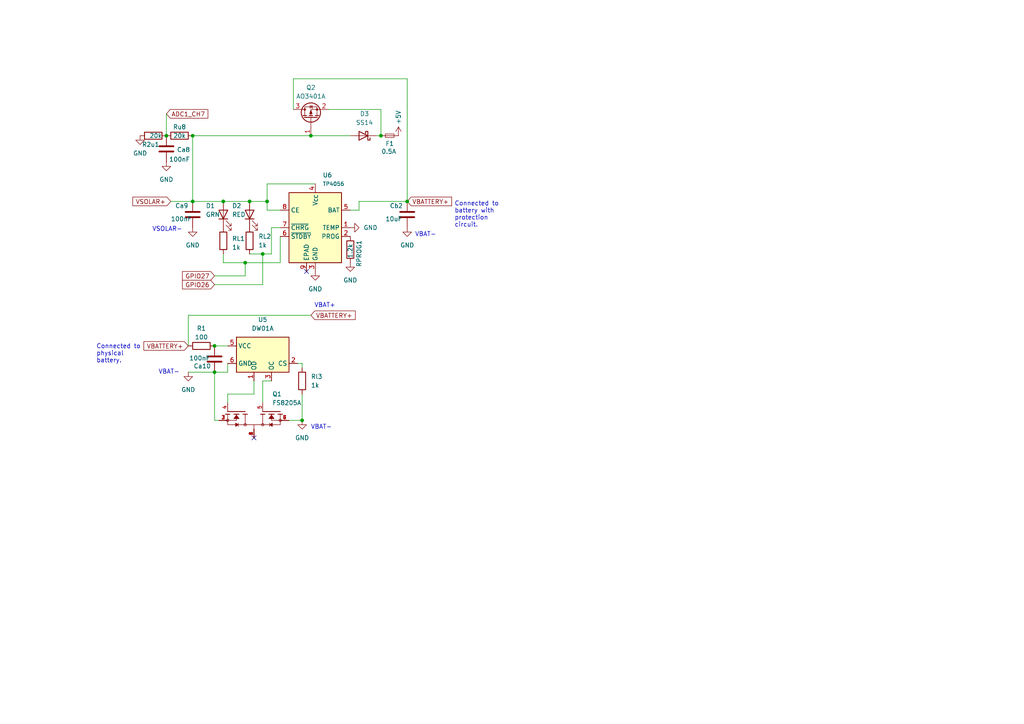
<source format=kicad_sch>
(kicad_sch (version 20250114) (generator "eeschema") (generator_version "9.0")
  (paper "A4")
  (lib_symbols
    (symbol "Battery_Management:DW01A"
      (property "Reference" "U" (at -6.604 6.35 0))
      (property "Value" "DW01A" (at 4.318 6.604 0))
      (symbol "DW01A_0_1"
        (pin power_in line (at -10.16 2.54 0) (length 2.54) (name "VCC") (number "5"))
        (pin power_in line (at -10.16 -2.54 0) (length 2.54) (name "GND") (number "6"))
        (pin output line (at -2.54 -7.62 90) (length 2.54) (name "OD") (number "1"))
        (pin output line (at 2.54 -7.62 90) (length 2.54) (name "OC") (number "3"))
        (pin input line (at 10.16 -2.54 180) (length 2.54) (name "CS") (number "2"))
      )
      (symbol "DW01A_1_1"
        (rectangle (start -7.62 5.08) (end 7.62 -5.08) (stroke (width 0.254)) (fill (type background)))
        (pin no_connect line (at 10.16 2.54 180) (length 2.54) (hide yes) (name "TD") (number "4"))
      )
    )
    (symbol "Battery_Management:TP4056-42-ESOP8"
      (property "Reference" "U" (at -6.604 11.684 0))
      (property "Value" "TP4056-42-ESOP8" (at 10.16 11.684 0))
      (symbol "TP4056-42-ESOP8_1_0"
        (pin input line (at -10.16 5.08 0) (length 2.54) (name "CE") (number "8"))
        (pin open_collector line (at -10.16 0 0) (length 2.54) (name "~{CHRG}") (number "7"))
        (pin open_collector line (at -10.16 -2.54 0) (length 2.54) (name "~{STDBY}") (number "6"))
        (pin passive line (at -2.54 -12.7 90) (length 2.54) (name "EPAD") (number "9"))
        (pin power_in line (at 0 12.7 270) (length 2.54) (name "V_{CC}") (number "4"))
        (pin power_in line (at 0 -12.7 90) (length 2.54) (name "GND") (number "3"))
        (pin power_out line (at 10.16 5.08 180) (length 2.54) (name "BAT") (number "5"))
        (pin input line (at 10.16 0 180) (length 2.54) (name "TEMP") (number "1"))
        (pin passive line (at 10.16 -2.54 180) (length 2.54) (name "PROG") (number "2"))
      )
      (symbol "TP4056-42-ESOP8_1_1"
        (rectangle (start -7.62 10.16) (end 7.62 -10.16) (stroke (width 0.254)) (fill (type background)))
      )
    )
    (symbol "Device:C" (pin_numbers (hide yes)) (pin_names (offset 0.254))
      (property "Reference" "C" (at 0.635 2.54 0))
      (property "Value" "C" (at 0.635 -2.54 0))
      (symbol "C_0_1"
        (polyline (pts (xy -2.032 0.762) (xy 2.032 0.762)) (stroke (width 0.508)))
        (polyline (pts (xy -2.032 -0.762) (xy 2.032 -0.762)) (stroke (width 0.508)))
      )
      (symbol "C_1_1"
        (pin passive line (at 0 3.81 270) (length 2.794) (name "~") (number "1"))
        (pin passive line (at 0 -3.81 90) (length 2.794) (name "~") (number "2"))
      )
    )
    (symbol "Device:Fuse_Small" (pin_numbers (hide yes)) (pin_names (offset 0.254) (hide yes))
      (property "Reference" "F" (at 0 -1.524 0))
      (property "Value" "Fuse_Small" (at 0 1.524 0))
      (symbol "Fuse_Small_0_1"
        (rectangle (start -1.27 0.508) (end 1.27 -0.508))
        (polyline (pts (xy -1.27 0) (xy 1.27 0)))
      )
      (symbol "Fuse_Small_1_1"
        (pin passive line (at -2.54 0 0) (length 1.27) (name "~") (number "1"))
        (pin passive line (at 2.54 0 180) (length 1.27) (name "~") (number "2"))
      )
    )
    (symbol "Device:LED" (pin_numbers (hide yes)) (pin_names (offset 1.016) (hide yes))
      (property "Reference" "D" (at 0 2.54 0))
      (property "Value" "LED" (at 0 -2.54 0))
      (symbol "LED_0_1"
        (polyline (pts (xy -3.048 -0.762) (xy -4.572 -2.286) (xy -3.81 -2.286) (xy -4.572 -2.286) (xy -4.572 -1.524)))
        (polyline (pts (xy -1.778 -0.762) (xy -3.302 -2.286) (xy -2.54 -2.286) (xy -3.302 -2.286) (xy -3.302 -1.524)))
        (polyline (pts (xy -1.27 0) (xy 1.27 0)))
        (polyline (pts (xy -1.27 -1.27) (xy -1.27 1.27)) (stroke (width 0.254)))
        (polyline (pts (xy 1.27 -1.27) (xy 1.27 1.27) (xy -1.27 0) (xy 1.27 -1.27)) (stroke (width 0.254)))
      )
      (symbol "LED_1_1"
        (pin passive line (at -3.81 0 0) (length 2.54) (name "K") (number "1"))
        (pin passive line (at 3.81 0 180) (length 2.54) (name "A") (number "2"))
      )
    )
    (symbol "Device:R" (pin_numbers (hide yes)) (pin_names (offset 0))
      (property "Reference" "R" (at 2.032 0 90))
      (property "Value" "R" (at 0 0 90))
      (symbol "R_0_1"
        (rectangle (start -1.016 -2.54) (end 1.016 2.54) (stroke (width 0.254)))
      )
      (symbol "R_1_1"
        (pin passive line (at 0 3.81 270) (length 1.27) (name "~") (number "1"))
        (pin passive line (at 0 -3.81 90) (length 1.27) (name "~") (number "2"))
      )
    )
    (symbol "Diode:1N5819" (pin_numbers (hide yes)) (pin_names (offset 1.016) (hide yes))
      (property "Reference" "D" (at 0 2.54 0))
      (property "Value" "1N5819" (at 0 -2.54 0))
      (symbol "1N5819_0_1"
        (polyline (pts (xy -1.905 0.635) (xy -1.905 1.27) (xy -1.27 1.27) (xy -1.27 -1.27) (xy -0.635 -1.27) (xy -0.635 -0.635)) (stroke (width 0.254)))
        (polyline (pts (xy 1.27 1.27) (xy 1.27 -1.27) (xy -1.27 0) (xy 1.27 1.27)) (stroke (width 0.254)))
        (polyline (pts (xy 1.27 0) (xy -1.27 0)))
      )
      (symbol "1N5819_1_1"
        (pin passive line (at -3.81 0 0) (length 2.54) (name "K") (number "1"))
        (pin passive line (at 3.81 0 180) (length 2.54) (name "A") (number "2"))
      )
    )
    (symbol "FS8205A:FS8205A" (pin_names (offset 1.016))
      (property "Reference" "Q" (at -11.43 7.62 0))
      (property "Value" "FS8205A" (at -11.43 -12.7 0))
      (symbol "FS8205A_0_0"
        (polyline (pts (xy -2.54 7.62) (xy -2.54 2.54)) (stroke (width 0.254)))
        (polyline (pts (xy -2.54 -2.54) (xy -2.54 -7.62)) (stroke (width 0.254)))
        (polyline (pts (xy -1.778 8.255) (xy -1.778 7.62)) (stroke (width 0.254)))
        (polyline (pts (xy -1.778 7.62) (xy -1.778 6.985)) (stroke (width 0.254)))
        (polyline (pts (xy -1.778 7.62) (xy 1.27 7.62)) (stroke (width 0.1524)))
        (polyline (pts (xy -1.778 5.842) (xy -1.778 5.08)) (stroke (width 0.254)))
        (polyline (pts (xy -1.778 5.08) (xy -1.778 4.318)) (stroke (width 0.254)))
        (polyline (pts (xy -1.778 5.08) (xy 0 5.08)) (stroke (width 0.1524)))
        (polyline (pts (xy -1.778 3.175) (xy -1.778 2.54)) (stroke (width 0.254)))
        (polyline (pts (xy -1.778 2.54) (xy -1.778 1.905)) (stroke (width 0.254)))
        (polyline (pts (xy -1.778 -1.905) (xy -1.778 -2.54)) (stroke (width 0.254)))
        (polyline (pts (xy -1.778 -2.54) (xy -1.778 -3.175)) (stroke (width 0.254)))
        (polyline (pts (xy -1.778 -2.54) (xy 1.27 -2.54)) (stroke (width 0.1524)))
        (polyline (pts (xy -1.778 -4.318) (xy -1.778 -5.08)) (stroke (width 0.254)))
        (polyline (pts (xy -1.778 -5.08) (xy -1.778 -5.842)) (stroke (width 0.254)))
        (polyline (pts (xy -1.778 -5.08) (xy 0 -5.08)) (stroke (width 0.1524)))
        (polyline (pts (xy -1.778 -6.985) (xy -1.778 -7.62)) (stroke (width 0.254)))
        (polyline (pts (xy -1.778 -7.62) (xy -1.778 -8.255)) (stroke (width 0.254)))
        (polyline (pts (xy -1.524 5.08) (xy -0.508 5.842) (xy -0.508 4.318) (xy -1.524 5.08)) (stroke (width 0.1524)) (fill (type outline)))
        (polyline (pts (xy -1.524 -5.08) (xy -0.508 -4.318) (xy -0.508 -5.842) (xy -1.524 -5.08)) (stroke (width 0.1524)) (fill (type outline)))
        (circle (center 0 7.62) (radius 0.3592))
        (polyline (pts (xy 0 7.62) (xy 0 5.08)) (stroke (width 0.1524)))
        (polyline (pts (xy 0 -5.08) (xy 0 -7.62)) (stroke (width 0.1524)))
        (polyline (pts (xy 0 -7.62) (xy -1.778 -7.62)) (stroke (width 0.1524)))
        (polyline (pts (xy 0 -7.62) (xy 1.27 -7.62)) (stroke (width 0.1524)))
        (circle (center 0 -7.62) (radius 0.3592))
        (polyline (pts (xy 0.762 4.572) (xy 1.27 4.572)) (stroke (width 0.1524)))
        (polyline (pts (xy 1.27 4.572) (xy 1.27 7.62)) (stroke (width 0.1524)))
        (polyline (pts (xy 1.27 4.572) (xy 1.778 4.572)) (stroke (width 0.1524)))
        (polyline (pts (xy 1.27 4.572) (xy 1.778 5.334) (xy 0.762 5.334) (xy 1.27 4.572)) (stroke (width 0.1524)) (fill (type outline)))
        (polyline (pts (xy 1.27 2.54) (xy -1.778 2.54)) (stroke (width 0.1524)))
        (polyline (pts (xy 1.27 2.54) (xy 1.27 4.572)) (stroke (width 0.1524)))
        (circle (center 1.27 2.54) (radius 0.3592))
        (polyline (pts (xy 1.27 0) (xy 1.27 2.54)) (stroke (width 0.1524)))
        (polyline (pts (xy 1.27 0) (xy 2.54 0)) (stroke (width 0.1524)))
        (polyline (pts (xy 1.27 -2.54) (xy 1.27 0)) (stroke (width 0.1524)))
        (polyline (pts (xy 1.27 -2.54) (xy 1.27 -4.572)) (stroke (width 0.1524)))
        (circle (center 1.27 -2.54) (radius 0.3592))
        (polyline (pts (xy 1.27 -4.572) (xy 0.762 -4.572)) (stroke (width 0.1524)))
        (polyline (pts (xy 1.27 -4.572) (xy 1.27 -7.62)) (stroke (width 0.1524)))
        (polyline (pts (xy 1.27 -4.572) (xy 0.762 -5.334) (xy 1.778 -5.334) (xy 1.27 -4.572)) (stroke (width 0.1524)) (fill (type outline)))
        (polyline (pts (xy 1.778 -4.572) (xy 1.27 -4.572)) (stroke (width 0.1524)))
        (pin passive line (at -5.08 2.54 0) (length 2.54) (name "~") (number "5"))
        (pin passive line (at -5.08 -7.62 0) (length 2.54) (name "~") (number "4"))
        (pin passive line (at 0 10.16 270) (length 2.54) (name "~") (number "6"))
        (pin passive line (at 0 10.16 270) (length 2.54) (name "~") (number "7"))
        (pin passive line (at 0 -10.16 90) (length 2.54) (name "~") (number "2"))
        (pin passive line (at 0 -10.16 90) (length 2.54) (name "~") (number "3"))
        (pin passive line (at 5.08 0 180) (length 2.54) (name "~") (number "1"))
        (pin passive line (at 5.08 0 180) (length 2.54) (name "~") (number "8"))
      )
    )
    (symbol "Transistor_FET:AO3401A" (pin_names (hide yes))
      (property "Reference" "Q" (at 5.08 1.905 0))
      (property "Value" "AO3401A" (at 5.08 0 0))
      (symbol "AO3401A_0_1"
        (polyline (pts (xy 0.254 1.905) (xy 0.254 -1.905)) (stroke (width 0.254)))
        (polyline (pts (xy 0.254 0) (xy -2.54 0)))
        (polyline (pts (xy 0.762 2.286) (xy 0.762 1.27)) (stroke (width 0.254)))
        (polyline (pts (xy 0.762 1.778) (xy 3.302 1.778) (xy 3.302 -1.778) (xy 0.762 -1.778)))
        (polyline (pts (xy 0.762 0.508) (xy 0.762 -0.508)) (stroke (width 0.254)))
        (polyline (pts (xy 0.762 -1.27) (xy 0.762 -2.286)) (stroke (width 0.254)))
        (circle (center 1.651 0) (radius 2.794) (stroke (width 0.254)))
        (polyline (pts (xy 2.286 0) (xy 1.27 0.381) (xy 1.27 -0.381) (xy 2.286 0)) (fill (type outline)))
        (polyline (pts (xy 2.54 2.54) (xy 2.54 1.778)))
        (circle (center 2.54 1.778) (radius 0.254) (fill (type outline)))
        (circle (center 2.54 -1.778) (radius 0.254) (fill (type outline)))
        (polyline (pts (xy 2.54 -2.54) (xy 2.54 0) (xy 0.762 0)))
        (polyline (pts (xy 2.794 -0.508) (xy 2.921 -0.381) (xy 3.683 -0.381) (xy 3.81 -0.254)))
        (polyline (pts (xy 3.302 -0.381) (xy 2.921 0.254) (xy 3.683 0.254) (xy 3.302 -0.381)))
      )
      (symbol "AO3401A_1_1"
        (pin input line (at -5.08 0 0) (length 2.54) (name "G") (number "1"))
        (pin passive line (at 2.54 5.08 270) (length 2.54) (name "D") (number "3"))
        (pin passive line (at 2.54 -5.08 90) (length 2.54) (name "S") (number "2"))
      )
    )
    (symbol "power:+5V" (power) (pin_numbers (hide yes)) (pin_names (offset 0) (hide yes))
      (property "Value" "+5V" (at 0 3.556 0))
      (symbol "+5V_0_1"
        (polyline (pts (xy -0.762 1.27) (xy 0 2.54)))
        (polyline (pts (xy 0 2.54) (xy 0.762 1.27)))
        (polyline (pts (xy 0 0) (xy 0 2.54)))
      )
      (symbol "+5V_1_1"
        (pin power_in line (at 0 0 90) (length 0) (name "~") (number "1"))
      )
    )
    (symbol "power:GND" (power) (pin_numbers (hide yes)) (pin_names (offset 0) (hide yes))
      (property "Value" "GND" (at 0 -3.81 0))
      (symbol "GND_0_1"
        (polyline (pts (xy 0 0) (xy 0 -1.27) (xy 1.27 -1.27) (xy 0 -2.54) (xy -1.27 -1.27) (xy 0 -1.27)))
      )
      (symbol "GND_1_1"
        (pin power_in line (at 0 0 270) (length 0) (name "~") (number "1"))
      )
    )
  )
  (text "VBAT-" (at 93.218 123.952 0) (effects (font (size 1.27 1.27))))
  (text "Connected to\nbattery with\nprotection\ncircuit." (at 131.826 66.04 0) (effects (font (size 1.27 1.27)) (justify left bottom)))
  (text "VBAT+" (at 94.234 88.646 0) (effects (font (size 1.27 1.27))))
  (text "Connected to\nphysical\nbattery." (at 27.94 105.41 0) (effects (font (size 1.27 1.27)) (justify left bottom)))
  (text "VBAT-" (at 123.444 68.072 0) (effects (font (size 1.27 1.27))))
  (text "VBAT-" (at 49.022 107.95 0) (effects (font (size 1.27 1.27))))
  (text "VSOLAR-\n" (at 48.514 66.548 0) (effects (font (size 1.27 1.27))))
  (junction (at 55.88 58.42))
  (junction (at 48.26 39.37))
  (junction (at 118.11 58.42))
  (junction (at 55.88 39.37))
  (junction (at 87.63 121.92))
  (junction (at 62.23 100.33))
  (junction (at 90.17 39.37))
  (junction (at 64.77 58.42))
  (junction (at 62.23 107.95))
  (junction (at 72.39 58.42))
  (junction (at 77.47 58.42))
  (junction (at 76.2 73.66))
  (junction (at 110.49 39.37))
  (junction (at 71.12 76.2))
  (no_connect (at 73.66 127))
  (no_connect (at 88.9 78.74))
  (wire (pts (xy 73.66 114.3) (xy 73.66 110.49)))
  (wire (pts (xy 49.53 58.42) (xy 55.88 58.42)))
  (wire (pts (xy 62.23 121.92) (xy 62.23 107.95)))
  (wire (pts (xy 104.14 60.96) (xy 104.14 58.42)))
  (wire (pts (xy 71.12 80.01) (xy 71.12 76.2)))
  (wire (pts (xy 64.77 76.2) (xy 71.12 76.2)))
  (wire (pts (xy 90.17 91.44) (xy 54.61 91.44)))
  (wire (pts (xy 55.88 58.42) (xy 64.77 58.42)))
  (wire (pts (xy 87.63 114.3) (xy 87.63 121.92)))
  (wire (pts (xy 85.09 22.86) (xy 85.09 31.75)))
  (wire (pts (xy 55.88 39.37) (xy 90.17 39.37)))
  (wire (pts (xy 87.63 105.41) (xy 87.63 106.68)))
  (wire (pts (xy 86.36 105.41) (xy 87.63 105.41)))
  (wire (pts (xy 66.04 114.3) (xy 73.66 114.3)))
  (wire (pts (xy 77.47 60.96) (xy 77.47 58.42)))
  (wire (pts (xy 66.04 105.41) (xy 66.04 107.95)))
  (wire (pts (xy 90.17 39.37) (xy 101.6 39.37)))
  (wire (pts (xy 81.28 68.58) (xy 81.28 76.2)))
  (wire (pts (xy 55.88 39.37) (xy 55.88 58.42)))
  (wire (pts (xy 81.28 60.96) (xy 77.47 60.96)))
  (wire (pts (xy 83.82 121.92) (xy 87.63 121.92)))
  (wire (pts (xy 64.77 73.66) (xy 64.77 76.2)))
  (wire (pts (xy 85.09 22.86) (xy 118.11 22.86)))
  (wire (pts (xy 66.04 107.95) (xy 62.23 107.95)))
  (wire (pts (xy 76.2 110.49) (xy 76.2 116.84)))
  (wire (pts (xy 118.11 22.86) (xy 118.11 58.42)))
  (wire (pts (xy 66.04 114.3) (xy 66.04 116.84)))
  (wire (pts (xy 72.39 58.42) (xy 77.47 58.42)))
  (wire (pts (xy 48.26 33.02) (xy 48.26 39.37)))
  (wire (pts (xy 78.74 66.04) (xy 81.28 66.04)))
  (wire (pts (xy 101.6 60.96) (xy 104.14 60.96)))
  (wire (pts (xy 76.2 73.66) (xy 78.74 73.66)))
  (wire (pts (xy 77.47 53.34) (xy 77.47 58.42)))
  (wire (pts (xy 54.61 91.44) (xy 54.61 100.33)))
  (wire (pts (xy 104.14 58.42) (xy 118.11 58.42)))
  (wire (pts (xy 76.2 110.49) (xy 78.74 110.49)))
  (wire (pts (xy 62.23 82.55) (xy 76.2 82.55)))
  (wire (pts (xy 63.5 121.92) (xy 62.23 121.92)))
  (wire (pts (xy 64.77 58.42) (xy 72.39 58.42)))
  (wire (pts (xy 62.23 100.33) (xy 66.04 100.33)))
  (wire (pts (xy 76.2 82.55) (xy 76.2 73.66)))
  (wire (pts (xy 62.23 80.01) (xy 71.12 80.01)))
  (wire (pts (xy 71.12 76.2) (xy 81.28 76.2)))
  (wire (pts (xy 54.61 107.95) (xy 62.23 107.95)))
  (wire (pts (xy 110.49 39.37) (xy 109.22 39.37)))
  (wire (pts (xy 91.44 53.34) (xy 77.47 53.34)))
  (wire (pts (xy 78.74 73.66) (xy 78.74 66.04)))
  (wire (pts (xy 95.25 31.75) (xy 110.49 31.75)))
  (wire (pts (xy 72.39 73.66) (xy 76.2 73.66)))
  (wire (pts (xy 110.49 31.75) (xy 110.49 39.37)))
  (global_label "VSOLAR+" (shape input) (at 49.53 58.42 180) (property "Intersheetrefs" "${INTERSHEET_REFS}" (effects (hide yes))))
  (global_label "ADC1_CH7" (shape input) (at 48.26 33.02 0) (property "Intersheetrefs" "${INTERSHEET_REFS}" (effects (hide yes))))
  (global_label "VBATTERY+" (shape input) (at 54.61 100.33 180) (property "Intersheetrefs" "${INTERSHEET_REFS}" (effects (hide yes))))
  (global_label "GPIO27" (shape input) (at 62.23 80.01 180) (property "Intersheetrefs" "${INTERSHEET_REFS}" (effects (hide yes))))
  (global_label "VBATTERY+" (shape input) (at 118.11 58.42 0) (property "Intersheetrefs" "${INTERSHEET_REFS}" (effects (hide yes))))
  (global_label "VBATTERY+" (shape input) (at 90.17 91.44 0) (property "Intersheetrefs" "${INTERSHEET_REFS}" (effects (hide yes))))
  (global_label "GPIO26" (shape input) (at 62.23 82.55 180) (property "Intersheetrefs" "${INTERSHEET_REFS}" (effects (hide yes))))
  (symbol (lib_id "Device:C") (at 118.11 62.23 0) (unit 1)
    (property "Reference" "Cb2" (at 113.03 59.69 0) (effects (justify left)))
    (property "Value" "10uF" (at 111.76 63.5 0) (effects (justify left)))
    (property "Footprint" "Capacitor_SMD:C_0805_2012Metric_Pad1.18x1.45mm_HandSolder" (effects (hide yes)))
    (property "Description" "Unpolarized capacitor" (effects (hide yes)))
  )
  (symbol (lib_id "Device:LED") (at 64.77 62.23 90) (unit 1)
    (property "Reference" "D1" (at 59.69 59.69 90) (effects (justify right)))
    (property "Value" "GRN" (at 59.69 62.23 90) (effects (justify right)))
    (property "Footprint" "LED_SMD:LED_0603_1608Metric_Pad1.05x0.95mm_HandSolder" (effects (hide yes)))
    (property "Description" "Light emitting diode" (effects (hide yes)))
    (property "Sim.Pins" "1=K 2=A" (effects (hide yes)))
  )
  (symbol (lib_id "Device:R") (at 64.77 69.85 0) (unit 1)
    (property "Reference" "RL1" (at 67.31 69.215 0) (effects (justify left)))
    (property "Value" "1k" (at 67.31 71.755 0) (effects (justify left)))
    (property "Footprint" "Resistor_SMD:R_0603_1608Metric_Pad0.98x0.95mm_HandSolder" (effects (hide yes)))
    (property "Description" "Resistor" (effects (hide yes)))
  )
  (symbol (lib_id "Device:R") (at 101.6 72.39 0) (unit 1)
    (property "Reference" "RPROG1" (at 104.14 77.47 90) (effects (justify left)))
    (property "Value" "1.2k" (at 101.6 74.93 90) (effects (justify left)))
    (property "Footprint" "Resistor_SMD:R_0603_1608Metric_Pad0.98x0.95mm_HandSolder" (effects (hide yes)))
    (property "Description" "Resistor" (effects (hide yes)))
  )
  (symbol (lib_id "Device:C") (at 55.88 62.23 0) (unit 1)
    (property "Reference" "Ca9" (at 50.8 59.69 0) (effects (justify left)))
    (property "Value" "100nF" (at 49.53 63.5 0) (effects (justify left)))
    (property "Footprint" "Capacitor_SMD:C_0805_2012Metric_Pad1.18x1.45mm_HandSolder" (effects (hide yes)))
    (property "Description" "Unpolarized capacitor" (effects (hide yes)))
  )
  (symbol (lib_id "power:GND") (at 55.88 66.04 0) (unit 1)
    (property "Reference" "#PWR42" (effects (hide yes)))
    (property "Value" "GND" (at 55.88 71.12 0))
    (property "Description" "Power symbol creates a global label with name \"GND\" , ground" (effects (hide yes)))
  )
  (symbol (lib_id "power:GND") (at 118.11 66.04 0) (unit 1)
    (property "Reference" "#PWR48" (effects (hide yes)))
    (property "Value" "GND" (at 118.11 71.12 0))
    (property "Description" "Power symbol creates a global label with name \"GND\" , ground" (effects (hide yes)))
  )
  (symbol (lib_id "power:GND") (at 54.61 107.95 0) (unit 1)
    (property "Reference" "#PWR049" (effects (hide yes)))
    (property "Value" "GND" (at 54.61 113.03 0))
    (property "Description" "Power symbol creates a global label with name \"GND\" , ground" (effects (hide yes)))
  )
  (symbol (lib_id "power:GND") (at 48.26 46.99 0) (unit 1)
    (property "Reference" "#PWR41" (effects (hide yes)))
    (property "Value" "GND" (at 48.26 52.07 0))
    (property "Description" "Power symbol creates a global label with name \"GND\" , ground" (effects (hide yes)))
  )
  (symbol (lib_id "power:GND") (at 87.63 121.92 0) (unit 1)
    (property "Reference" "#PWR43" (effects (hide yes)))
    (property "Value" "GND" (at 87.63 127 0))
    (property "Description" "Power symbol creates a global label with name \"GND\" , ground" (effects (hide yes)))
  )
  (symbol (lib_id "Device:C") (at 48.26 43.18 180) (unit 1)
    (property "Reference" "Ca8" (at 51.308 43.434 0) (effects (justify right)))
    (property "Value" "100nF" (at 49.022 46.228 0) (effects (justify right)))
    (property "Footprint" "Capacitor_SMD:C_0603_1608Metric_Pad1.08x0.95mm_HandSolder" (effects (hide yes)))
    (property "Description" "Unpolarized capacitor" (effects (hide yes)))
  )
  (symbol (lib_id "power:GND") (at 91.44 78.74 0) (unit 1)
    (property "Reference" "#PWR44" (effects (hide yes)))
    (property "Value" "GND" (at 91.44 83.82 0))
    (property "Description" "Power symbol creates a global label with name \"GND\" , ground" (effects (hide yes)))
  )
  (symbol (lib_id "power:GND") (at 101.6 66.04 90) (unit 1)
    (property "Reference" "#PWR45" (effects (hide yes)))
    (property "Value" "GND" (at 105.41 66.0399 90) (effects (justify right)))
    (property "Description" "Power symbol creates a global label with name \"GND\" , ground" (effects (hide yes)))
  )
  (symbol (lib_id "Battery_Management:DW01A") (at 76.2 102.87 0) (unit 1)
    (property "Reference" "U5" (at 76.2 92.71 0))
    (property "Value" "DW01A" (at 76.2 95.25 0))
    (property "Footprint" "Package_TO_SOT_SMD:SOT-23-6" (effects (hide yes)))
    (property "Datasheet" "https://hmsemi.com/downfile/DW01A.PDF" (effects (hide yes)))
    (property "Description" "Overcharge, overcurrent and overdischarge protection IC for single cell lithium-ion/polymer battery" (effects (hide yes)))
    (property "LCSC" "C61503" (effects (hide yes)))
  )
  (symbol (lib_id "Battery_Management:TP4056-42-ESOP8") (at 91.44 66.04 0) (unit 1)
    (property "Reference" "U6" (at 93.5833 50.8 0) (effects (justify left)))
    (property "Value" "TP4056" (at 93.5833 53.34 0) (effects (font (size 1.1 1.1)) (justify left)))
    (property "Footprint" "Package_SO:SOIC-8-1EP_3.9x4.9mm_P1.27mm_EP2.41x3.3mm_ThermalVias" (effects (hide yes)))
    (property "Datasheet" "https://www.lcsc.com/datasheet/lcsc_datasheet_2410121619_TOPPOWER-Nanjing-Extension-Microelectronics-TP4056-42-ESOP8_C16581.pdf" (effects (hide yes)))
    (property "Description" "1A Standalone Linear Li-ion/LiPo single-cell battery charger, 4.2V ±1% charge voltage, VCC = 4.0..8.0V, SOIC-8 (SOP-8)" (effects (hide yes)))
  )
  (symbol (lib_id "Transistor_FET:AO3401A") (at 90.17 34.29 90) (unit 1)
    (property "Reference" "Q2" (at 90.17 25.4 90))
    (property "Value" "AO3401A" (at 90.17 27.94 90))
    (property "Footprint" "Package_TO_SOT_SMD:SOT-23" (effects (hide yes)))
    (property "Datasheet" "http://www.aosmd.com/pdfs/datasheet/AO3401A.pdf" (effects (hide yes)))
    (property "Description" "-4.0A Id, -30V Vds, P-Channel MOSFET, SOT-23" (effects (hide yes)))
  )
  (symbol (lib_id "Device:R") (at 72.39 69.85 0) (unit 1)
    (property "Reference" "RL2" (at 74.93 68.5799 0) (effects (justify left)))
    (property "Value" "1k" (at 74.93 71.1199 0) (effects (justify left)))
    (property "Footprint" "Resistor_SMD:R_0603_1608Metric_Pad0.98x0.95mm_HandSolder" (effects (hide yes)))
    (property "Description" "Resistor" (effects (hide yes)))
  )
  (symbol (lib_id "power:GND") (at 40.64 39.37 0) (unit 1)
    (property "Reference" "#PWR40" (effects (hide yes)))
    (property "Value" "GND" (at 40.64 44.45 0))
    (property "Description" "Power symbol creates a global label with name \"GND\" , ground" (effects (hide yes)))
  )
  (symbol (lib_id "Device:R") (at 44.45 39.37 90) (unit 1)
    (property "Reference" "R2u1" (at 46.228 41.91 90) (effects (justify left)))
    (property "Value" "20k" (at 46.99 39.37 90) (effects (justify left)))
    (property "Footprint" "Resistor_SMD:R_0603_1608Metric_Pad0.98x0.95mm_HandSolder" (effects (hide yes)))
    (property "Description" "Resistor" (effects (hide yes)))
  )
  (symbol (lib_id "power:+5V") (at 115.57 39.37 0) (unit 1)
    (property "Reference" "#PWR47" (effects (hide yes)))
    (property "Value" "+5V" (at 115.57 36.068 90) (effects (justify left)))
    (property "Description" "Power symbol creates a global label with name \"+5V\"" (effects (hide yes)))
  )
  (symbol (lib_id "Device:Fuse_Small") (at 113.03 39.37 0) (unit 1)
    (property "Reference" "F1" (at 113.03 41.656 0))
    (property "Value" "0.5A" (at 112.776 43.942 0))
    (property "Footprint" "Diode_SMD:D_0805_2012Metric" (effects (hide yes)))
    (property "Description" "Fuse, small symbol" (effects (hide yes)))
  )
  (symbol (lib_id "Device:R") (at 52.07 39.37 270) (unit 1)
    (property "Reference" "Ru8" (at 52.07 36.83 90))
    (property "Value" "20k" (at 52.07 39.37 90))
    (property "Footprint" "Resistor_SMD:R_0603_1608Metric" (effects (hide yes)))
    (property "Description" "Resistor" (effects (hide yes)))
  )
  (symbol (lib_id "Device:LED") (at 72.39 62.23 90) (unit 1)
    (property "Reference" "D2" (at 67.31 59.69 90) (effects (justify right)))
    (property "Value" "RED" (at 67.31 62.23 90) (effects (justify right)))
    (property "Footprint" "LED_SMD:LED_0603_1608Metric_Pad1.05x0.95mm_HandSolder" (effects (hide yes)))
    (property "Description" "Light emitting diode" (effects (hide yes)))
    (property "Sim.Pins" "1=K 2=A" (effects (hide yes)))
  )
  (symbol (lib_id "Diode:1N5819") (at 105.41 39.37 180) (unit 1)
    (property "Reference" "D3" (at 105.7275 33.02 0))
    (property "Value" "SS14" (at 105.7275 35.56 0))
    (property "Footprint" "Diode_SMD:D_2010_5025Metric" (effects (hide yes)))
    (property "Datasheet" "http://www.vishay.com/docs/88525/1n5817.pdf" (effects (hide yes)))
    (property "Description" "40V 1A Schottky Barrier Rectifier Diode, DO-41" (effects (hide yes)))
  )
  (symbol (lib_id "FS8205A:FS8205A") (at 73.66 121.92 270) (unit 1)
    (property "Reference" "Q1" (at 78.9687 114.3 90) (effects (justify left)))
    (property "Value" "FS8205A" (at 78.9687 116.84 90) (effects (justify left)))
    (property "Footprint" "chl33_library:SOP65P640X120-8N" (effects (hide yes)))
    (property "PARTREV" "1.7" (effects (hide yes)))
    (property "MANUFACTURER" "Fortune Semiconductor" (effects (hide yes)))
    (property "STANDARD" "IPC 7351B" (effects (hide yes)))
    (property "MAXIMUM_PACKAGE_HEIGHT" "1.2mm" (effects (hide yes)))
  )
  (symbol (lib_id "Device:R") (at 87.63 110.49 180) (unit 1)
    (property "Reference" "Rl3" (at 90.17 109.2199 0) (effects (justify right)))
    (property "Value" "1k" (at 90.17 111.7599 0) (effects (justify right)))
    (property "Footprint" "Resistor_SMD:R_0603_1608Metric_Pad0.98x0.95mm_HandSolder" (effects (hide yes)))
    (property "Description" "Resistor" (effects (hide yes)))
  )
  (symbol (lib_id "power:GND") (at 101.6 76.2 0) (unit 1)
    (property "Reference" "#PWR46" (effects (hide yes)))
    (property "Value" "GND" (at 101.6 81.28 0))
    (property "Description" "Power symbol creates a global label with name \"GND\" , ground" (effects (hide yes)))
  )
  (symbol (lib_id "Device:C") (at 62.23 104.14 0) (unit 1)
    (property "Reference" "Ca10" (at 56.134 106.172 0) (effects (justify left)))
    (property "Value" "100nF" (at 54.864 103.886 0) (effects (justify left)))
    (property "Footprint" "Capacitor_SMD:C_0603_1608Metric_Pad1.08x0.95mm_HandSolder" (effects (hide yes)))
    (property "Description" "Unpolarized capacitor" (effects (hide yes)))
  )
  (symbol (lib_id "Device:R") (at 58.42 100.33 90) (unit 1)
    (property "Reference" "R1" (at 58.42 95.25 90))
    (property "Value" "100" (at 58.42 97.79 90))
    (property "Footprint" "Resistor_SMD:R_0603_1608Metric_Pad0.98x0.95mm_HandSolder" (effects (hide yes)))
    (property "Description" "Resistor" (effects (hide yes)))
  )
)
</source>
